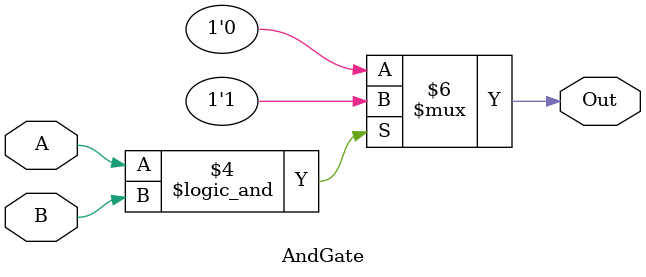
<source format=v>
`timescale 1ns / 1ps


module AndGate(A, B, Out);
    input A, B;
    output reg Out;
    
    always @(A or B)
        if (A == 1 && B == 1)
            Out = 1;
        else
            Out = 0;
endmodule

</source>
